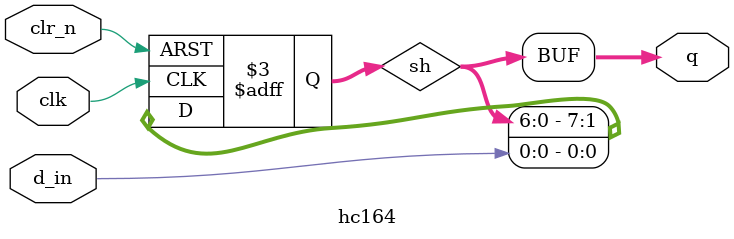
<source format=v>
`timescale 1ns/1ps
module hc164 (input wire clk, input wire clr_n, input wire d_in, output wire [7:0] q);
    `ifndef HC_TPD
    `define HC_TPD 0.001   // 1 ps: break zero-delay loops
    `endif
    reg [7:0] sh;
    always @(posedge clk or negedge clr_n) begin
        if (!clr_n) sh <= #`HC_TPD 8'h00;
        else        sh <= #`HC_TPD {sh[6:0], d_in};
    end
    assign q = sh;
endmodule
</source>
